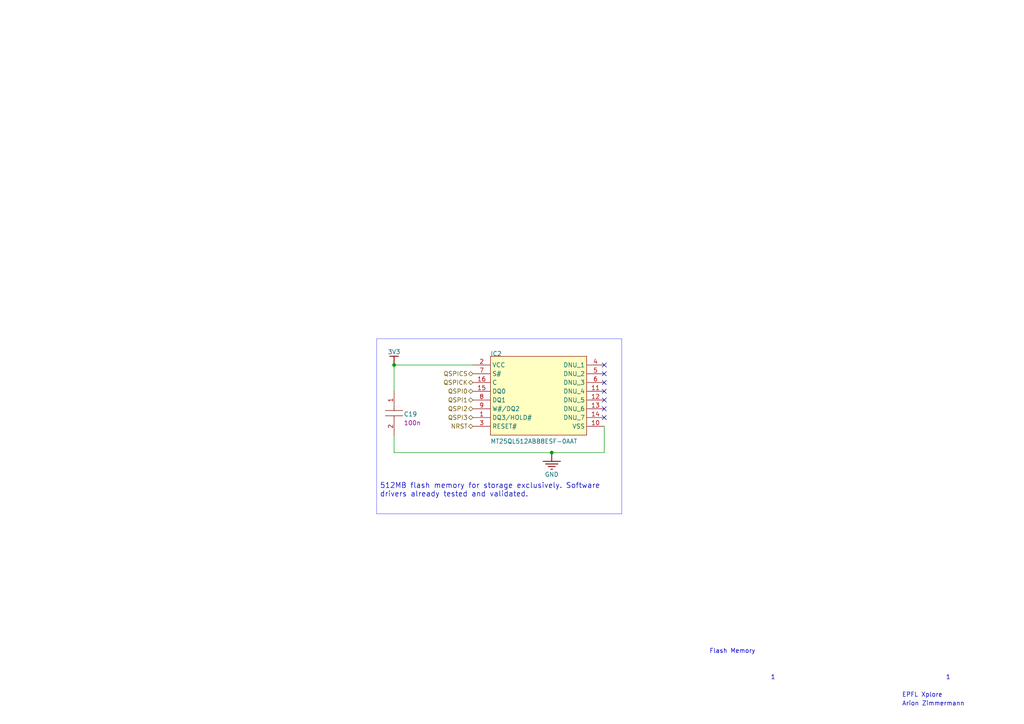
<source format=kicad_sch>
(kicad_sch (version 20250114) (generator "eeschema") (generator_version "9.0")
  (paper "A4")
  (lib_symbols
    (symbol "PolluxIII-altium-import:3V3_BAR" (power)
      (property "Value" "3V3" (at 0 -3.81 0))
      (symbol "3V3_BAR_0_0"
        (polyline (pts (xy -1.27 -2.54) (xy 1.27 -2.54)) (stroke (width 0.254)))
        (polyline (pts (xy 0 0) (xy 0 -2.54)) (stroke (width 0.254)))
        (pin power_in line (at 0 0 0) (length 0) (hide yes) (name "3V3") (number ""))
      )
    )
    (symbol "PolluxIII-altium-import:FLASH_0_MT25QL512ABB8ESF-0AAT_CarrierBoard.SCHLIB"
      (symbol "FLASH_0_MT25QL512ABB8ESF-0AAT_CarrierBoard.SCHLIB_1_0"
        (rectangle (start 33.02 2.54) (end 5.08 -20.32) (stroke (width 0) (color 128 0 0 1)) (fill (type background)))
        (pin passive line (at 0 0 0) (length 5.08) (name "VCC") (number "2"))
        (pin passive line (at 0 -2.54 0) (length 5.08) (name "S#") (number "7"))
        (pin passive line (at 0 -5.08 0) (length 5.08) (name "C") (number "16"))
        (pin passive line (at 0 -7.62 0) (length 5.08) (name "DQ0") (number "15"))
        (pin passive line (at 0 -10.16 0) (length 5.08) (name "DQ1") (number "8"))
        (pin passive line (at 0 -12.7 0) (length 5.08) (name "W#/DQ2") (number "9"))
        (pin passive line (at 0 -15.24 0) (length 5.08) (name "DQ3/HOLD#") (number "1"))
        (pin passive line (at 0 -17.78 0) (length 5.08) (name "RESET#") (number "3"))
        (pin passive line (at 38.1 0 180) (length 5.08) (name "DNU_1") (number "4"))
        (pin passive line (at 38.1 -2.54 180) (length 5.08) (name "DNU_2") (number "5"))
        (pin passive line (at 38.1 -5.08 180) (length 5.08) (name "DNU_3") (number "6"))
        (pin passive line (at 38.1 -7.62 180) (length 5.08) (name "DNU_4") (number "11"))
        (pin passive line (at 38.1 -10.16 180) (length 5.08) (name "DNU_5") (number "12"))
        (pin passive line (at 38.1 -12.7 180) (length 5.08) (name "DNU_6") (number "13"))
        (pin passive line (at 38.1 -15.24 180) (length 5.08) (name "DNU_7") (number "14"))
        (pin passive line (at 38.1 -17.78 180) (length 5.08) (name "VSS") (number "10"))
      )
    )
    (symbol "PolluxIII-altium-import:FLASH_3_C0603C104K5RACTU_CarrierBoard.SCHLIB" (pin_names (hide yes))
      (symbol "FLASH_3_C0603C104K5RACTU_CarrierBoard.SCHLIB_1_0"
        (polyline (pts (xy 0 -5.08) (xy 0 -5.588)))
        (polyline (pts (xy 0 -7.112) (xy 0 -7.62)))
        (polyline (pts (xy 2.54 -5.588) (xy -2.54 -5.588)))
        (polyline (pts (xy 2.54 -7.112) (xy -2.54 -7.112)))
        (pin passive line (at 0 0 270) (length 5.08) (name "1") (number "1"))
        (pin passive line (at 0 -12.7 90) (length 5.08) (name "2") (number "2"))
      )
    )
    (symbol "PolluxIII-altium-import:GND_POWER_GROUND" (power)
      (property "Value" "GND" (at 0 -6.35 0))
      (symbol "GND_POWER_GROUND_0_0"
        (polyline (pts (xy -2.54 -2.54) (xy 2.54 -2.54)) (stroke (width 0.254)))
        (polyline (pts (xy -1.778 -3.302) (xy 1.778 -3.302)) (stroke (width 0.254)))
        (polyline (pts (xy -1.016 -4.064) (xy 1.016 -4.064)) (stroke (width 0.254)))
        (polyline (pts (xy -0.254 -4.826) (xy 0.254 -4.826)) (stroke (width 0.254)))
        (polyline (pts (xy 0 0) (xy 0 -2.54)) (stroke (width 0.254)))
        (pin power_in line (at 0 0 0) (length 0) (hide yes) (name "GND") (number ""))
      )
    )
  )
  (rectangle (start 180.34 98.2472) (end 109.22 149.0472) (stroke (width 0.0254) (color 0 0 255 1)))
  (text "EPFL Xplore" (at 261.62 202.3872 0) (effects (font (size 1.27 1.27)) (justify left bottom)))
  (text "Flash Memory" (at 205.74 189.6872 0) (effects (font (size 1.27 1.27)) (justify left bottom)))
  (text "Arion Zimmermann" (at 261.62 204.9272 0) (effects (font (size 1.27 1.27)) (justify left bottom)))
  (text "1" (at 274.32 197.3072 0) (effects (font (size 1.27 1.27)) (justify left bottom)))
  (text "1" (at 223.52 197.3072 0) (effects (font (size 1.27 1.27)) (justify left bottom)))
  (text_box "512MB flash memory for storage exclusively. Software drivers already tested and validated." (at 180.34 138.8872 0) (size -71.12 10.16) (margins 0.9525 0.9525 0.9525 0.9525) (stroke (width -0.0001) (color 0 0 0 1)) (effects (font (size 1.524 1.524)) (justify left top)))
  (junction (at 160.02 131.2672))
  (junction (at 114.3 105.8672))
  (no_connect (at 175.26 121.1072))
  (no_connect (at 175.26 113.4872))
  (no_connect (at 175.26 108.4072))
  (no_connect (at 175.26 105.8672))
  (no_connect (at 175.26 118.5672))
  (no_connect (at 175.26 116.0272))
  (no_connect (at 175.26 110.9472))
  (wire (pts (xy 160.02 131.2672) (xy 114.3 131.2672)))
  (wire (pts (xy 114.3 131.2672) (xy 114.3 126.1872)))
  (wire (pts (xy 175.26 131.2672) (xy 160.02 131.2672)))
  (wire (pts (xy 114.3 105.8672) (xy 137.16 105.8672)))
  (wire (pts (xy 175.26 123.6472) (xy 175.26 131.2672)))
  (wire (pts (xy 114.3 105.8672) (xy 114.3 113.4872)))
  (hierarchical_label "QSPICS" (shape bidirectional) (at 137.16 108.4072 180))
  (hierarchical_label "QSPI0" (shape bidirectional) (at 137.16 113.4872 180))
  (hierarchical_label "QSPI1" (shape bidirectional) (at 137.16 116.0272 180))
  (hierarchical_label "NRST" (shape bidirectional) (at 137.16 123.6472 180))
  (hierarchical_label "QSPICK" (shape bidirectional) (at 137.16 110.9472 180))
  (hierarchical_label "QSPI3" (shape bidirectional) (at 137.16 121.1072 180))
  (hierarchical_label "QSPI2" (shape bidirectional) (at 137.16 118.5672 180))
  (symbol (lib_id "PolluxIII-altium-import:3V3_BAR") (at 114.3 105.8672 180) (unit 1)
    (property "Reference" "#PWR?" (effects (hide yes)))
    (property "Value" "3V3" (at 114.3 102.0572 0))
  )
  (symbol (lib_id "PolluxIII-altium-import:GND_POWER_GROUND") (at 160.02 131.2672 0) (unit 1)
    (property "Reference" "#PWR?" (effects (hide yes)))
    (property "Value" "GND" (at 160.02 137.6172 0))
  )
  (symbol (lib_id "PolluxIII-altium-import:FLASH_0_MT25QL512ABB8ESF-0AAT_CarrierBoard.SCHLIB") (at 137.16 105.8672 0) (unit 0)
    (property "Reference" "IC2" (at 142.24 103.3272 0) (effects (justify left bottom)))
    (property "Value" "MT25QL512ABB8ESF-0AAT" (at 142.24 128.7272 0) (effects (justify left bottom)))
    (property "Footprint" "C__Users_Arion_Documents_AltiumLL_SamacSys.PcbLib:SOIC127P1032X265-16N" (effects (hide yes)))
    (property "Description" "Integrated Circuit" (effects (hide yes)))
    (property "DATASHEET LINK" "https://media-www.micron.com/-/media/client/global/documents/products/data-sheet/nor-flash/serial-nor/mt25q/die-rev-b/mt25q_qlkt_l_512_abb_0.pdf?rev=0ef0faa5f7b645d7bc11c30bfd27505b" (effects (hide yes)))
    (property "HEIGHT" "2.65mm" (effects (hide yes)))
    (property "MANUFACTURER_NAME" "Micron" (effects (hide yes)))
    (property "MANUFACTURER_PART_NUMBER" "MT25QL512ABB8ESF-0AAT" (effects (hide yes)))
    (property "MOUSER PART NUMBER" "340-285789-TRAY" (effects (hide yes)))
    (property "MOUSER PRICE/STOCK" "https://www.mouser.co.uk/ProductDetail/Micron/MT25QL512ABB8ESF-0AAT?qs=rrS6PyfT74da2PZ8DoLIJg%3D%3D" (effects (hide yes)))
    (property "ARROW PART NUMBER" "MT25QL512ABB8ESF-0AAT" (effects (hide yes)))
    (property "ARROW PRICE/STOCK" "https://www.arrow.com/en/products/mt25ql512abb8esf-0aat/micron-technology" (effects (hide yes)))
    (property "SUPPLIER 1" "Mouser" (effects (hide yes)))
    (property "SUPPLIER PART NUMBER 1" "340-285789-TRAY" (effects (hide yes)))
  )
  (symbol (lib_id "PolluxIII-altium-import:FLASH_3_C0603C104K5RACTU_CarrierBoard.SCHLIB") (at 114.3 113.4872 0) (unit 0)
    (property "Reference" "C19" (at 117.094 120.8532 0) (effects (justify left bottom)))
    (property "Value" "C0603C104K5RACTU" (effects (hide yes)))
    (property "Footprint" "C__Users_Arion_Documents_AltiumLL_SamacSys.PcbLib:CAPC1608X95N" (effects (hide yes)))
    (property "Description" "Capacitor" (effects (hide yes)))
    (property "DATASHEET LINK" "http://www.farnell.com/datasheets/2205446.pdf" (effects (hide yes)))
    (property "HEIGHT" "0.95mm" (effects (hide yes)))
    (property "MANUFACTURER_NAME" "Kemet" (effects (hide yes)))
    (property "MANUFACTURER_PART_NUMBER" "C0603C104K5RACTU" (effects (hide yes)))
    (property "MOUSER PART NUMBER" "80-C0603C104K5R" (effects (hide yes)))
    (property "MOUSER PRICE/STOCK" "https://www.mouser.co.uk/ProductDetail/KEMET/C0603C104K5RACTU?qs=l5k%252BbMnNDkkVcnZPSAaaiQ%3D%3D" (effects (hide yes)))
    (property "ARROW PART NUMBER" "C0603C104K5RACTU" (effects (hide yes)))
    (property "ARROW PRICE/STOCK" "https://www.arrow.com/en/products/c0603c104k5ractu/kemet-corporation" (effects (hide yes)))
    (property "ALTIUM_VALUE" "100n" (at 117.094 123.3932 0) (effects (justify left bottom)))
    (property "SUPPLIER 1" "Mouser" (effects (hide yes)))
    (property "SUPPLIER PART NUMBER 1" "80-C0603C104K5R" (effects (hide yes)))
  )
)
</source>
